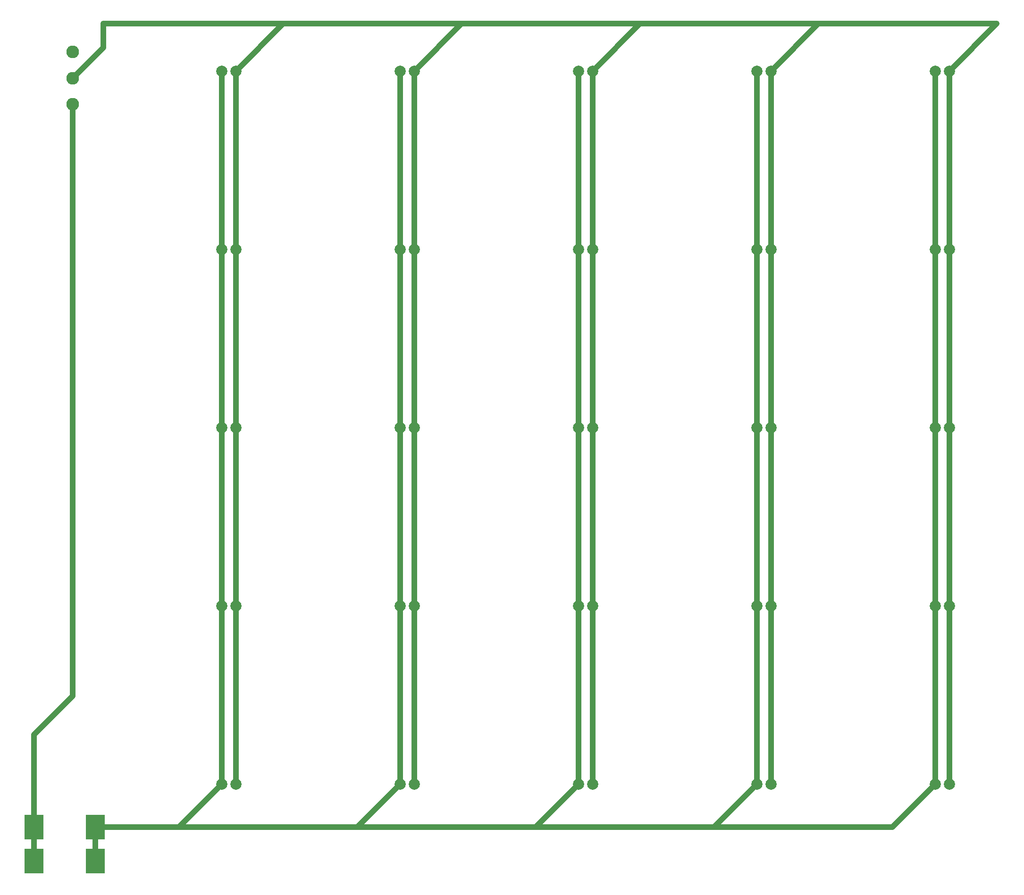
<source format=gtl>
G04 Layer_Physical_Order=1*
G04 Layer_Color=25308*
%FSLAX43Y43*%
%MOMM*%
G71*
G01*
G75*
%ADD10C,2.000*%
%ADD11R,3.500X4.500*%
%ADD12C,1.000*%
%ADD13C,2.286*%
%ADD14C,1.000*%
D10*
X126750Y174500D02*
D03*
X158750D02*
D03*
X161250D02*
D03*
X190750D02*
D03*
X193250D02*
D03*
X190750Y142500D02*
D03*
X193250D02*
D03*
X190750Y110500D02*
D03*
X193250D02*
D03*
X190750Y78500D02*
D03*
X193250D02*
D03*
X190750Y46500D02*
D03*
X193250D02*
D03*
X158750D02*
D03*
X161250D02*
D03*
X158750Y78500D02*
D03*
X161250D02*
D03*
X158750Y110500D02*
D03*
X161250D02*
D03*
X129250Y174500D02*
D03*
Y142500D02*
D03*
X126750D02*
D03*
Y110500D02*
D03*
X129250D02*
D03*
X126750Y78500D02*
D03*
X129250D02*
D03*
X126750Y46500D02*
D03*
X129250D02*
D03*
X94750D02*
D03*
X97250D02*
D03*
X94750Y78500D02*
D03*
X97250D02*
D03*
Y110500D02*
D03*
X94750D02*
D03*
X97250Y142500D02*
D03*
X94750D02*
D03*
X97250Y174500D02*
D03*
X94750D02*
D03*
X65250D02*
D03*
X62750D02*
D03*
X65250Y142500D02*
D03*
X62750D02*
D03*
X65250Y110500D02*
D03*
X62750D02*
D03*
X161250Y142500D02*
D03*
X158750D02*
D03*
X62750Y46500D02*
D03*
X65250D02*
D03*
Y78500D02*
D03*
X62750D02*
D03*
D11*
X40044Y38752D02*
D03*
Y32652D02*
D03*
X29044Y38752D02*
D03*
Y32652D02*
D03*
D12*
X41500Y178750D02*
Y183000D01*
X36000Y173250D02*
X41500Y178750D01*
X36000Y62288D02*
Y168550D01*
X29044Y55332D02*
X36000Y62288D01*
X62750Y142500D02*
Y174500D01*
Y110500D02*
Y142500D01*
Y78500D02*
Y110500D01*
Y46500D02*
Y78500D01*
X94750D02*
Y110500D01*
Y46500D02*
Y78500D01*
X126750Y46500D02*
Y78500D01*
Y110500D01*
Y142500D01*
Y174500D01*
X158750Y142500D02*
Y174500D01*
Y110500D02*
Y142500D01*
Y78500D02*
Y110500D01*
Y46500D02*
Y78500D01*
X190750Y46500D02*
Y78500D01*
Y110500D01*
Y142500D01*
Y174500D01*
X193250Y142500D02*
Y174500D01*
Y110500D02*
Y142500D01*
Y78500D02*
Y110500D01*
Y46500D02*
Y78500D01*
X94750Y142500D02*
Y174500D01*
Y110500D02*
Y142500D01*
X161250D02*
Y174500D01*
Y110500D02*
Y142500D01*
Y78500D02*
Y110500D01*
Y46500D02*
Y78500D01*
X129250Y46500D02*
Y78500D01*
Y110500D01*
Y142500D01*
Y174500D01*
X97250Y142500D02*
Y174500D01*
Y110500D02*
Y142500D01*
Y78500D02*
Y110500D01*
Y46500D02*
Y78500D01*
X65250Y46500D02*
Y78500D01*
Y110500D01*
Y142500D01*
Y174500D01*
X55002Y38752D02*
X62750Y46500D01*
X40044Y32652D02*
Y34052D01*
Y37352D01*
Y38752D01*
X183002D02*
X190750Y46500D01*
X40044Y38752D02*
X55002D01*
X151002D02*
X158750Y46500D01*
X151002Y38752D02*
X183002D01*
X119002D02*
X126750Y46500D01*
X119002Y38752D02*
X151002D01*
X87002D02*
X94750Y46500D01*
X55002Y38752D02*
X87002D01*
X119002D01*
X29044Y32652D02*
Y34052D01*
Y37352D01*
Y38752D01*
Y40152D01*
Y55332D01*
X193250Y174500D02*
X201750Y183000D01*
X161250Y174500D02*
X169750Y183000D01*
X201750D01*
X129250Y174500D02*
X137750Y183000D01*
X169750D01*
X97250Y174500D02*
X105750Y183000D01*
X137750D01*
X65250Y174500D02*
X73750Y183000D01*
X41500D02*
X73750D01*
X105750D01*
D13*
X36000Y177950D02*
D03*
Y173250D02*
D03*
Y168550D02*
D03*
D14*
X29044Y32652D02*
D03*
Y31252D02*
D03*
X28044Y31952D02*
D03*
Y33352D02*
D03*
X29044Y34052D02*
D03*
X30044Y33352D02*
D03*
Y31952D02*
D03*
Y38052D02*
D03*
Y39452D02*
D03*
X29044Y40152D02*
D03*
X28044Y39452D02*
D03*
Y38052D02*
D03*
X29044Y37352D02*
D03*
Y38752D02*
D03*
X41044Y38052D02*
D03*
Y39452D02*
D03*
X40044Y40152D02*
D03*
X39044Y39452D02*
D03*
Y38052D02*
D03*
X40044Y37352D02*
D03*
Y38752D02*
D03*
X41044Y31952D02*
D03*
Y33352D02*
D03*
X40044Y34052D02*
D03*
X39044Y33352D02*
D03*
Y31952D02*
D03*
X40044Y31252D02*
D03*
Y32652D02*
D03*
M02*

</source>
